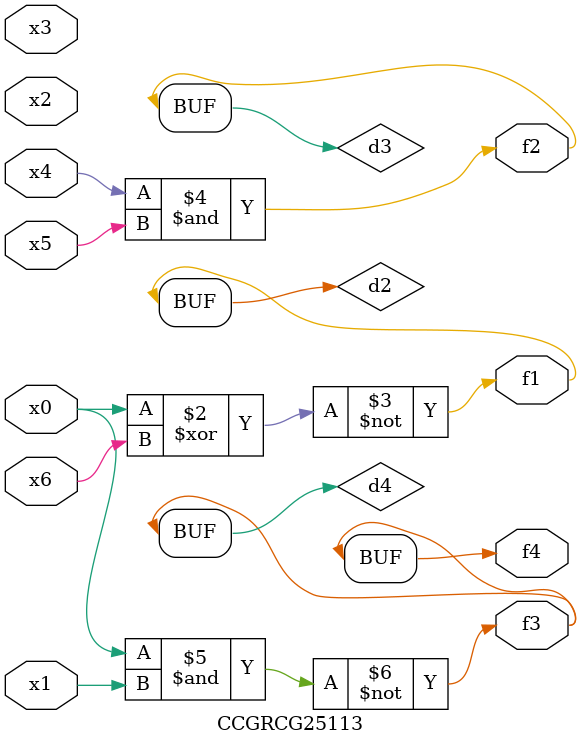
<source format=v>
module CCGRCG25113(
	input x0, x1, x2, x3, x4, x5, x6,
	output f1, f2, f3, f4
);

	wire d1, d2, d3, d4;

	nor (d1, x0);
	xnor (d2, x0, x6);
	and (d3, x4, x5);
	nand (d4, x0, x1);
	assign f1 = d2;
	assign f2 = d3;
	assign f3 = d4;
	assign f4 = d4;
endmodule

</source>
